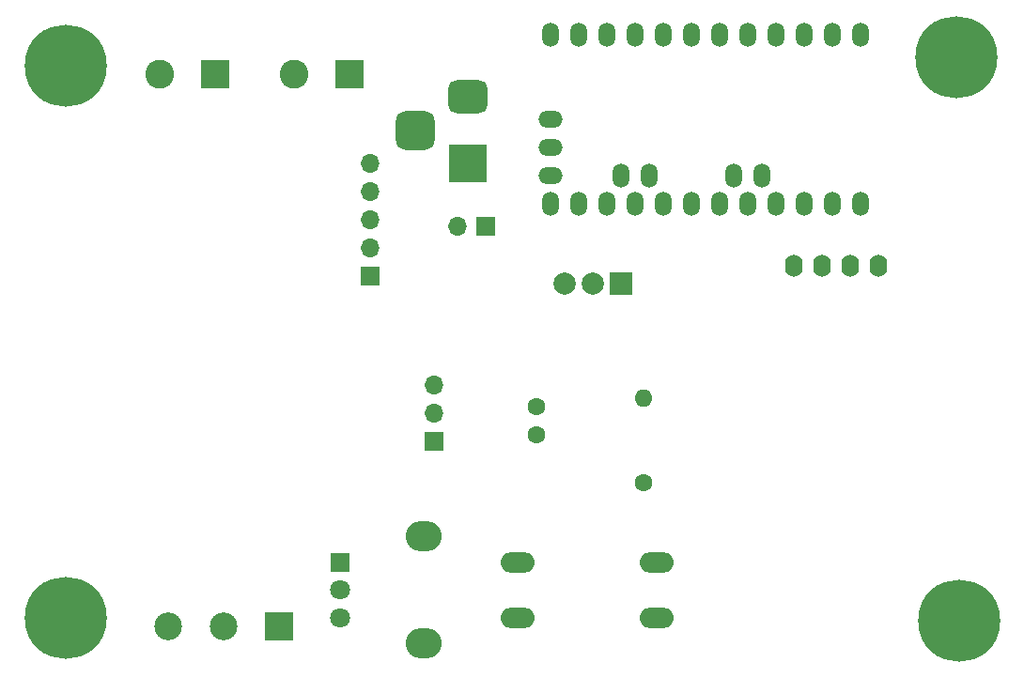
<source format=gbr>
%TF.GenerationSoftware,KiCad,Pcbnew,6.0.11-2627ca5db0~126~ubuntu20.04.1*%
%TF.CreationDate,2023-11-27T13:15:08+01:00*%
%TF.ProjectId,ironReflow,69726f6e-5265-4666-9c6f-772e6b696361,1.0*%
%TF.SameCoordinates,Original*%
%TF.FileFunction,Soldermask,Top*%
%TF.FilePolarity,Negative*%
%FSLAX46Y46*%
G04 Gerber Fmt 4.6, Leading zero omitted, Abs format (unit mm)*
G04 Created by KiCad (PCBNEW 6.0.11-2627ca5db0~126~ubuntu20.04.1) date 2023-11-27 13:15:08*
%MOMM*%
%LPD*%
G01*
G04 APERTURE LIST*
G04 Aperture macros list*
%AMRoundRect*
0 Rectangle with rounded corners*
0 $1 Rounding radius*
0 $2 $3 $4 $5 $6 $7 $8 $9 X,Y pos of 4 corners*
0 Add a 4 corners polygon primitive as box body*
4,1,4,$2,$3,$4,$5,$6,$7,$8,$9,$2,$3,0*
0 Add four circle primitives for the rounded corners*
1,1,$1+$1,$2,$3*
1,1,$1+$1,$4,$5*
1,1,$1+$1,$6,$7*
1,1,$1+$1,$8,$9*
0 Add four rect primitives between the rounded corners*
20,1,$1+$1,$2,$3,$4,$5,0*
20,1,$1+$1,$4,$5,$6,$7,0*
20,1,$1+$1,$6,$7,$8,$9,0*
20,1,$1+$1,$8,$9,$2,$3,0*%
G04 Aperture macros list end*
%ADD10O,3.048000X1.850000*%
%ADD11R,2.600000X2.600000*%
%ADD12C,2.600000*%
%ADD13C,2.500000*%
%ADD14R,2.500000X2.500000*%
%ADD15R,1.700000X1.700000*%
%ADD16O,1.700000X1.700000*%
%ADD17C,7.400000*%
%ADD18C,4.100000*%
%ADD19O,1.600000X1.600000*%
%ADD20C,1.600000*%
%ADD21O,1.600000X2.000000*%
%ADD22R,3.500000X3.500000*%
%ADD23RoundRect,0.750000X-1.000000X0.750000X-1.000000X-0.750000X1.000000X-0.750000X1.000000X0.750000X0*%
%ADD24RoundRect,0.875000X-0.875000X0.875000X-0.875000X-0.875000X0.875000X-0.875000X0.875000X0.875000X0*%
%ADD25O,1.501140X2.199640*%
%ADD26O,2.199640X1.501140*%
%ADD27O,3.240000X2.720000*%
%ADD28R,1.800000X1.800000*%
%ADD29C,1.800000*%
%ADD30R,2.000000X2.000000*%
%ADD31C,2.000000*%
G04 APERTURE END LIST*
D10*
%TO.C,SW1*%
X145652000Y-155154000D03*
X158152000Y-155154000D03*
X158152000Y-150154000D03*
X145652000Y-150154000D03*
%TD*%
D11*
%TO.C,J1*%
X130516000Y-106164000D03*
D12*
X125516000Y-106164000D03*
%TD*%
D13*
%TO.C,J7*%
X114126000Y-155956000D03*
X119126000Y-155956000D03*
D14*
X124126000Y-155956000D03*
%TD*%
D15*
%TO.C,J6*%
X138102000Y-139302000D03*
D16*
X138102000Y-136762000D03*
X138102000Y-134222000D03*
%TD*%
D15*
%TO.C,J5*%
X132354000Y-124329000D03*
D16*
X132354000Y-121789000D03*
X132354000Y-119249000D03*
X132354000Y-116709000D03*
X132354000Y-114169000D03*
%TD*%
D12*
%TO.C,J4*%
X113364000Y-106172000D03*
D11*
X118364000Y-106172000D03*
%TD*%
D15*
%TO.C,J3*%
X142753000Y-119888000D03*
D16*
X140213000Y-119888000D03*
%TD*%
D17*
%TO.C,H4*%
X104902000Y-155194000D03*
D18*
X104902000Y-155194000D03*
%TD*%
%TO.C,H3*%
X185420000Y-155448000D03*
D17*
X185420000Y-155448000D03*
%TD*%
%TO.C,H2*%
X185166000Y-104648000D03*
D18*
X185166000Y-104648000D03*
%TD*%
D17*
%TO.C,H1*%
X104902000Y-105410000D03*
D18*
X104902000Y-105410000D03*
%TD*%
D19*
%TO.C,R1*%
X156972000Y-135382000D03*
D20*
X156972000Y-143002000D03*
%TD*%
%TO.C,C1*%
X147320000Y-136164000D03*
X147320000Y-138664000D03*
%TD*%
D21*
%TO.C,Oled 128x64 I2C*%
X178198000Y-123432000D03*
X175658000Y-123432000D03*
X173118000Y-123432000D03*
X170578000Y-123432000D03*
%TD*%
D22*
%TO.C,J2*%
X141165500Y-114204000D03*
D23*
X141165500Y-108204000D03*
D24*
X136465500Y-111204000D03*
%TD*%
D25*
%TO.C,Arduino ProMini*%
X176530000Y-102616000D03*
X173990000Y-102616000D03*
X171450000Y-102616000D03*
X168910000Y-102616000D03*
X166370000Y-102616000D03*
X163830000Y-102616000D03*
X161290000Y-102616000D03*
X158750000Y-102616000D03*
X156210000Y-102616000D03*
X153670000Y-102616000D03*
X151130000Y-102616000D03*
X148590000Y-102616000D03*
X148590000Y-117856000D03*
X151130000Y-117856000D03*
X153670000Y-117856000D03*
X156210000Y-117856000D03*
X158750000Y-117856000D03*
X161290000Y-117856000D03*
X163830000Y-117856000D03*
X166370000Y-117856000D03*
X168910000Y-117856000D03*
X171450000Y-117856000D03*
X173990000Y-117856000D03*
X176530000Y-117856000D03*
X165100000Y-115316000D03*
X167640000Y-115316000D03*
D26*
X148590000Y-115316000D03*
D25*
X154940000Y-115316000D03*
X157480000Y-115316000D03*
D26*
X148590000Y-112776000D03*
X148590000Y-110236000D03*
%TD*%
D27*
%TO.C,Pot1*%
X137157000Y-147854000D03*
X137157000Y-157454000D03*
D28*
X129657000Y-150154000D03*
D29*
X129657000Y-152654000D03*
X129657000Y-155154000D03*
%TD*%
D30*
%TO.C,U1*%
X154950000Y-125050000D03*
D31*
X152410000Y-125050000D03*
X149870000Y-125050000D03*
%TD*%
M02*

</source>
